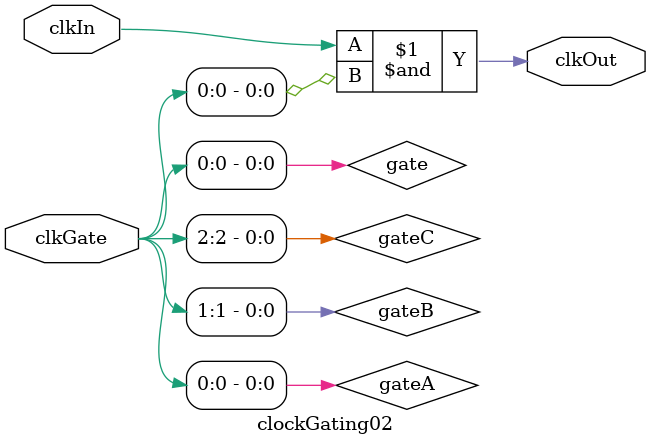
<source format=v>
module clockGating02 (clkIn,clkOut,clkGate);
  // tmrg default triplicate
  input clkIn;
  output clkOut;
  input [2:0] clkGate;
  wire gateA=clkGate[0];
  wire gateB=clkGate[1];
  wire gateC=clkGate[2];
  wire gate=gateA;
  assign clkOut=clkIn&gate;
endmodule

</source>
